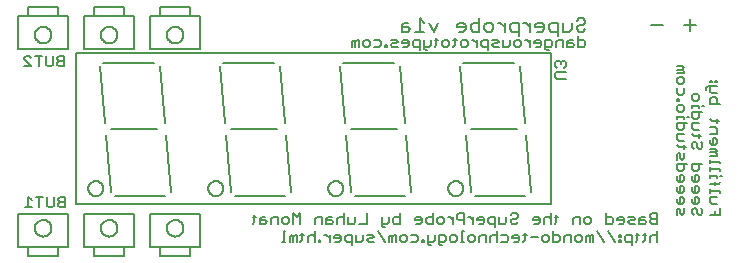
<source format=gbo>
G75*
G70*
%OFA0B0*%
%FSLAX24Y24*%
%IPPOS*%
%LPD*%
%AMOC8*
5,1,8,0,0,1.08239X$1,22.5*
%
%ADD10C,0.0060*%
%ADD11C,0.0050*%
%ADD12C,0.0080*%
D10*
X018107Y007612D02*
X018327Y007612D01*
X018400Y007686D01*
X018327Y007759D01*
X018107Y007759D01*
X018107Y007832D02*
X018107Y007612D01*
X018107Y007832D02*
X018180Y007906D01*
X018327Y007906D01*
X018714Y008053D02*
X018714Y007612D01*
X018860Y007612D02*
X018567Y007612D01*
X019027Y007906D02*
X019174Y007612D01*
X019321Y007906D01*
X018860Y007906D02*
X018714Y008053D01*
X019948Y007832D02*
X019948Y007759D01*
X020242Y007759D01*
X020242Y007686D02*
X020242Y007832D01*
X020168Y007906D01*
X020021Y007906D01*
X019948Y007832D01*
X020168Y007612D02*
X020242Y007686D01*
X020168Y007612D02*
X020021Y007612D01*
X020408Y007686D02*
X020408Y007832D01*
X020482Y007906D01*
X020702Y007906D01*
X020702Y008053D02*
X020702Y007612D01*
X020482Y007612D01*
X020408Y007686D01*
X020869Y007686D02*
X020942Y007612D01*
X021089Y007612D01*
X021162Y007686D01*
X021162Y007832D01*
X021089Y007906D01*
X020942Y007906D01*
X020869Y007832D01*
X020869Y007686D01*
X021326Y007906D02*
X021399Y007906D01*
X021546Y007759D01*
X021546Y007612D02*
X021546Y007906D01*
X021713Y007832D02*
X021713Y007686D01*
X021786Y007612D01*
X022006Y007612D01*
X022006Y007465D02*
X022006Y007906D01*
X021786Y007906D01*
X021713Y007832D01*
X022170Y007906D02*
X022243Y007906D01*
X022390Y007759D01*
X022390Y007612D02*
X022390Y007906D01*
X022557Y007832D02*
X022630Y007906D01*
X022777Y007906D01*
X022850Y007832D01*
X022850Y007686D01*
X022777Y007612D01*
X022630Y007612D01*
X022557Y007759D02*
X022850Y007759D01*
X023017Y007686D02*
X023090Y007612D01*
X023311Y007612D01*
X023311Y007465D02*
X023311Y007906D01*
X023090Y007906D01*
X023017Y007832D01*
X023017Y007686D01*
X023477Y007612D02*
X023477Y007906D01*
X023771Y007906D02*
X023771Y007686D01*
X023698Y007612D01*
X023477Y007612D01*
X023938Y007686D02*
X024011Y007612D01*
X024158Y007612D01*
X024231Y007686D01*
X024158Y007832D02*
X024011Y007832D01*
X023938Y007759D01*
X023938Y007686D01*
X024158Y007832D02*
X024231Y007906D01*
X024231Y007979D01*
X024158Y008053D01*
X024011Y008053D01*
X023938Y007979D01*
X022557Y007832D02*
X022557Y007759D01*
D11*
X005334Y001533D02*
X005334Y000431D01*
X005669Y000431D01*
X005669Y000136D01*
X006653Y000136D01*
X006653Y000431D01*
X005669Y000431D01*
X006653Y000431D02*
X006988Y000431D01*
X006988Y001533D01*
X005334Y001533D01*
X005548Y001757D02*
X005781Y001757D01*
X005665Y001757D02*
X005665Y002107D01*
X005781Y001991D01*
X005916Y002107D02*
X006150Y002107D01*
X006033Y002107D02*
X006033Y001757D01*
X006284Y001816D02*
X006284Y002107D01*
X006518Y002107D02*
X006518Y001816D01*
X006460Y001757D01*
X006343Y001757D01*
X006284Y001816D01*
X006653Y001816D02*
X006711Y001757D01*
X006886Y001757D01*
X006886Y002107D01*
X006711Y002107D01*
X006653Y002049D01*
X006653Y001991D01*
X006711Y001932D01*
X006886Y001932D01*
X006711Y001932D02*
X006653Y001874D01*
X006653Y001816D01*
X007252Y001863D02*
X007252Y006902D01*
X023071Y006902D01*
X023071Y001863D01*
X007252Y001863D01*
X007252Y006902D01*
X023071Y006902D01*
X023071Y001863D01*
X007252Y001863D01*
X007534Y001533D02*
X009188Y001533D01*
X009188Y000431D01*
X008853Y000431D01*
X008853Y000136D01*
X007869Y000136D01*
X007869Y000431D01*
X007534Y000431D01*
X007534Y001533D01*
X008085Y001061D02*
X008087Y001094D01*
X008093Y001126D01*
X008102Y001157D01*
X008115Y001187D01*
X008132Y001215D01*
X008152Y001241D01*
X008175Y001265D01*
X008200Y001285D01*
X008228Y001303D01*
X008257Y001317D01*
X008288Y001327D01*
X008320Y001334D01*
X008353Y001337D01*
X008386Y001336D01*
X008418Y001331D01*
X008449Y001322D01*
X008480Y001310D01*
X008508Y001294D01*
X008535Y001275D01*
X008559Y001253D01*
X008580Y001228D01*
X008599Y001201D01*
X008614Y001172D01*
X008625Y001142D01*
X008633Y001110D01*
X008637Y001077D01*
X008637Y001045D01*
X008633Y001012D01*
X008625Y000980D01*
X008614Y000950D01*
X008599Y000921D01*
X008580Y000894D01*
X008559Y000869D01*
X008535Y000847D01*
X008508Y000828D01*
X008480Y000812D01*
X008449Y000800D01*
X008418Y000791D01*
X008386Y000786D01*
X008353Y000785D01*
X008320Y000788D01*
X008288Y000795D01*
X008257Y000805D01*
X008228Y000819D01*
X008200Y000837D01*
X008175Y000857D01*
X008152Y000881D01*
X008132Y000907D01*
X008115Y000935D01*
X008102Y000965D01*
X008093Y000996D01*
X008087Y001028D01*
X008085Y001061D01*
X007869Y000431D02*
X008853Y000431D01*
X009734Y000431D02*
X009734Y001533D01*
X011388Y001533D01*
X011388Y000431D01*
X011053Y000431D01*
X011053Y000136D01*
X010069Y000136D01*
X010069Y000431D01*
X009734Y000431D01*
X010069Y000431D02*
X011053Y000431D01*
X010285Y001061D02*
X010287Y001094D01*
X010293Y001126D01*
X010302Y001157D01*
X010315Y001187D01*
X010332Y001215D01*
X010352Y001241D01*
X010375Y001265D01*
X010400Y001285D01*
X010428Y001303D01*
X010457Y001317D01*
X010488Y001327D01*
X010520Y001334D01*
X010553Y001337D01*
X010586Y001336D01*
X010618Y001331D01*
X010649Y001322D01*
X010680Y001310D01*
X010708Y001294D01*
X010735Y001275D01*
X010759Y001253D01*
X010780Y001228D01*
X010799Y001201D01*
X010814Y001172D01*
X010825Y001142D01*
X010833Y001110D01*
X010837Y001077D01*
X010837Y001045D01*
X010833Y001012D01*
X010825Y000980D01*
X010814Y000950D01*
X010799Y000921D01*
X010780Y000894D01*
X010759Y000869D01*
X010735Y000847D01*
X010708Y000828D01*
X010680Y000812D01*
X010649Y000800D01*
X010618Y000791D01*
X010586Y000786D01*
X010553Y000785D01*
X010520Y000788D01*
X010488Y000795D01*
X010457Y000805D01*
X010428Y000819D01*
X010400Y000837D01*
X010375Y000857D01*
X010352Y000881D01*
X010332Y000907D01*
X010315Y000935D01*
X010302Y000965D01*
X010293Y000996D01*
X010287Y001028D01*
X010285Y001061D01*
X010211Y002132D02*
X008561Y002132D01*
X008411Y002282D02*
X008261Y004182D01*
X008411Y004382D02*
X009961Y004382D01*
X010211Y004582D02*
X010061Y006482D01*
X009861Y006582D02*
X008161Y006582D01*
X008061Y006482D02*
X008211Y004582D01*
X010261Y004182D02*
X010411Y002282D01*
X011661Y002382D02*
X011663Y002413D01*
X011669Y002444D01*
X011679Y002474D01*
X011692Y002502D01*
X011709Y002529D01*
X011729Y002553D01*
X011752Y002575D01*
X011777Y002593D01*
X011805Y002608D01*
X011834Y002620D01*
X011864Y002628D01*
X011895Y002632D01*
X011927Y002632D01*
X011958Y002628D01*
X011988Y002620D01*
X012017Y002608D01*
X012045Y002593D01*
X012070Y002575D01*
X012093Y002553D01*
X012113Y002529D01*
X012130Y002502D01*
X012143Y002474D01*
X012153Y002444D01*
X012159Y002413D01*
X012161Y002382D01*
X012159Y002351D01*
X012153Y002320D01*
X012143Y002290D01*
X012130Y002262D01*
X012113Y002235D01*
X012093Y002211D01*
X012070Y002189D01*
X012045Y002171D01*
X012017Y002156D01*
X011988Y002144D01*
X011958Y002136D01*
X011927Y002132D01*
X011895Y002132D01*
X011864Y002136D01*
X011834Y002144D01*
X011805Y002156D01*
X011777Y002171D01*
X011752Y002189D01*
X011729Y002211D01*
X011709Y002235D01*
X011692Y002262D01*
X011679Y002290D01*
X011669Y002320D01*
X011663Y002351D01*
X011661Y002382D01*
X012411Y002282D02*
X012261Y004182D01*
X012411Y004382D02*
X013961Y004382D01*
X014211Y004582D02*
X014061Y006482D01*
X013861Y006582D02*
X012161Y006582D01*
X012061Y006482D02*
X012211Y004582D01*
X014261Y004182D02*
X014411Y002282D01*
X014211Y002132D02*
X012561Y002132D01*
X013196Y001499D02*
X013196Y001266D01*
X013138Y001207D01*
X013389Y001207D02*
X013564Y001207D01*
X013623Y001266D01*
X013564Y001324D01*
X013389Y001324D01*
X013389Y001382D02*
X013389Y001207D01*
X013758Y001207D02*
X013758Y001382D01*
X013816Y001441D01*
X013991Y001441D01*
X013991Y001207D01*
X014126Y001266D02*
X014126Y001382D01*
X014184Y001441D01*
X014301Y001441D01*
X014359Y001382D01*
X014359Y001266D01*
X014301Y001207D01*
X014184Y001207D01*
X014126Y001266D01*
X013564Y001441D02*
X013448Y001441D01*
X013389Y001382D01*
X013255Y001441D02*
X013138Y001441D01*
X014178Y000957D02*
X014178Y000607D01*
X014120Y000607D02*
X014237Y000607D01*
X014372Y000607D02*
X014372Y000782D01*
X014430Y000841D01*
X014488Y000782D01*
X014488Y000607D01*
X014605Y000607D02*
X014605Y000841D01*
X014547Y000841D01*
X014488Y000782D01*
X014734Y000841D02*
X014851Y000841D01*
X014792Y000899D02*
X014792Y000666D01*
X014734Y000607D01*
X014985Y000607D02*
X014985Y000782D01*
X015044Y000841D01*
X015161Y000841D01*
X015219Y000782D01*
X015345Y000666D02*
X015345Y000607D01*
X015403Y000607D01*
X015403Y000666D01*
X015345Y000666D01*
X015219Y000607D02*
X015219Y000957D01*
X015535Y000841D02*
X015593Y000841D01*
X015710Y000724D01*
X015710Y000607D02*
X015710Y000841D01*
X015845Y000782D02*
X015845Y000724D01*
X016078Y000724D01*
X016078Y000666D02*
X016078Y000782D01*
X016020Y000841D01*
X015903Y000841D01*
X015845Y000782D01*
X015903Y000607D02*
X016020Y000607D01*
X016078Y000666D01*
X016213Y000666D02*
X016271Y000607D01*
X016447Y000607D01*
X016447Y000490D02*
X016447Y000841D01*
X016271Y000841D01*
X016213Y000782D01*
X016213Y000666D01*
X016581Y000607D02*
X016581Y000841D01*
X016581Y000607D02*
X016757Y000607D01*
X016815Y000666D01*
X016815Y000841D01*
X016950Y000841D02*
X017125Y000841D01*
X017183Y000782D01*
X017125Y000724D01*
X017008Y000724D01*
X016950Y000666D01*
X017008Y000607D01*
X017183Y000607D01*
X017551Y000607D02*
X017318Y000957D01*
X017499Y001090D02*
X017557Y001090D01*
X017499Y001090D02*
X017441Y001149D01*
X017441Y001441D01*
X017674Y001441D02*
X017674Y001266D01*
X017616Y001207D01*
X017441Y001207D01*
X017809Y001266D02*
X017809Y001382D01*
X017867Y001441D01*
X018043Y001441D01*
X018043Y001557D02*
X018043Y001207D01*
X017867Y001207D01*
X017809Y001266D01*
X018546Y001324D02*
X018779Y001324D01*
X018779Y001266D02*
X018779Y001382D01*
X018721Y001441D01*
X018604Y001441D01*
X018546Y001382D01*
X018546Y001324D01*
X018604Y001207D02*
X018721Y001207D01*
X018779Y001266D01*
X018914Y001266D02*
X018972Y001207D01*
X019147Y001207D01*
X019147Y001557D01*
X019147Y001441D02*
X018972Y001441D01*
X018914Y001382D01*
X018914Y001266D01*
X019282Y001266D02*
X019341Y001207D01*
X019457Y001207D01*
X019516Y001266D01*
X019516Y001382D01*
X019457Y001441D01*
X019341Y001441D01*
X019282Y001382D01*
X019282Y001266D01*
X019648Y001441D02*
X019706Y001441D01*
X019823Y001324D01*
X019823Y001207D02*
X019823Y001441D01*
X019957Y001499D02*
X019957Y001382D01*
X020016Y001324D01*
X020191Y001324D01*
X020191Y001207D02*
X020191Y001557D01*
X020016Y001557D01*
X019957Y001499D01*
X020323Y001441D02*
X020381Y001441D01*
X020498Y001324D01*
X020498Y001207D02*
X020498Y001441D01*
X020633Y001382D02*
X020633Y001324D01*
X020866Y001324D01*
X020866Y001266D02*
X020866Y001382D01*
X020808Y001441D01*
X020691Y001441D01*
X020633Y001382D01*
X020808Y001207D02*
X020866Y001266D01*
X020808Y001207D02*
X020691Y001207D01*
X021001Y001266D02*
X021059Y001207D01*
X021234Y001207D01*
X021234Y001090D02*
X021234Y001441D01*
X021059Y001441D01*
X021001Y001382D01*
X021001Y001266D01*
X021369Y001207D02*
X021369Y001441D01*
X021603Y001441D02*
X021603Y001266D01*
X021544Y001207D01*
X021369Y001207D01*
X021296Y000957D02*
X021296Y000607D01*
X021431Y000607D02*
X021606Y000607D01*
X021664Y000666D01*
X021664Y000782D01*
X021606Y000841D01*
X021431Y000841D01*
X021296Y000782D02*
X021238Y000841D01*
X021121Y000841D01*
X021062Y000782D01*
X021062Y000607D01*
X020928Y000607D02*
X020928Y000841D01*
X020752Y000841D01*
X020694Y000782D01*
X020694Y000607D01*
X020559Y000666D02*
X020501Y000607D01*
X020384Y000607D01*
X020326Y000666D01*
X020326Y000782D01*
X020384Y000841D01*
X020501Y000841D01*
X020559Y000782D01*
X020559Y000666D01*
X020191Y000607D02*
X020074Y000607D01*
X020133Y000607D02*
X020133Y000957D01*
X020191Y000957D01*
X019945Y000782D02*
X019945Y000666D01*
X019887Y000607D01*
X019770Y000607D01*
X019712Y000666D01*
X019712Y000782D01*
X019770Y000841D01*
X019887Y000841D01*
X019945Y000782D01*
X019577Y000782D02*
X019577Y000666D01*
X019519Y000607D01*
X019344Y000607D01*
X019344Y000549D02*
X019344Y000841D01*
X019519Y000841D01*
X019577Y000782D01*
X019209Y000841D02*
X019209Y000666D01*
X019151Y000607D01*
X018975Y000607D01*
X018975Y000549D02*
X019034Y000490D01*
X019092Y000490D01*
X018975Y000549D02*
X018975Y000841D01*
X018841Y000666D02*
X018782Y000666D01*
X018782Y000607D01*
X018841Y000607D01*
X018841Y000666D01*
X018656Y000666D02*
X018598Y000607D01*
X018423Y000607D01*
X018288Y000666D02*
X018230Y000607D01*
X018113Y000607D01*
X018055Y000666D01*
X018055Y000782D01*
X018113Y000841D01*
X018230Y000841D01*
X018288Y000782D01*
X018288Y000666D01*
X018423Y000841D02*
X018598Y000841D01*
X018656Y000782D01*
X018656Y000666D01*
X019344Y000549D02*
X019402Y000490D01*
X019460Y000490D01*
X017920Y000607D02*
X017920Y000841D01*
X017861Y000841D01*
X017803Y000782D01*
X017745Y000841D01*
X017686Y000782D01*
X017686Y000607D01*
X017803Y000607D02*
X017803Y000782D01*
X016938Y001207D02*
X016704Y001207D01*
X016569Y001266D02*
X016511Y001207D01*
X016336Y001207D01*
X016336Y001441D01*
X016201Y001382D02*
X016143Y001441D01*
X016026Y001441D01*
X015967Y001382D01*
X015967Y001207D01*
X015833Y001266D02*
X015774Y001207D01*
X015599Y001207D01*
X015599Y001382D01*
X015658Y001441D01*
X015774Y001441D01*
X015774Y001324D02*
X015599Y001324D01*
X015774Y001324D02*
X015833Y001266D01*
X016201Y001207D02*
X016201Y001557D01*
X016569Y001441D02*
X016569Y001266D01*
X016938Y001207D02*
X016938Y001557D01*
X015464Y001441D02*
X015464Y001207D01*
X015231Y001207D02*
X015231Y001382D01*
X015289Y001441D01*
X015464Y001441D01*
X014728Y001557D02*
X014728Y001207D01*
X014494Y001207D02*
X014494Y001557D01*
X014611Y001441D01*
X014728Y001557D01*
X014237Y000957D02*
X014178Y000957D01*
X016561Y002132D02*
X018211Y002132D01*
X018411Y002282D02*
X018261Y004182D01*
X017961Y004382D02*
X016411Y004382D01*
X016211Y004582D02*
X016061Y006482D01*
X016161Y006582D02*
X017861Y006582D01*
X018061Y006482D02*
X018211Y004582D01*
X016261Y004182D02*
X016411Y002282D01*
X015661Y002382D02*
X015663Y002413D01*
X015669Y002444D01*
X015679Y002474D01*
X015692Y002502D01*
X015709Y002529D01*
X015729Y002553D01*
X015752Y002575D01*
X015777Y002593D01*
X015805Y002608D01*
X015834Y002620D01*
X015864Y002628D01*
X015895Y002632D01*
X015927Y002632D01*
X015958Y002628D01*
X015988Y002620D01*
X016017Y002608D01*
X016045Y002593D01*
X016070Y002575D01*
X016093Y002553D01*
X016113Y002529D01*
X016130Y002502D01*
X016143Y002474D01*
X016153Y002444D01*
X016159Y002413D01*
X016161Y002382D01*
X016159Y002351D01*
X016153Y002320D01*
X016143Y002290D01*
X016130Y002262D01*
X016113Y002235D01*
X016093Y002211D01*
X016070Y002189D01*
X016045Y002171D01*
X016017Y002156D01*
X015988Y002144D01*
X015958Y002136D01*
X015927Y002132D01*
X015895Y002132D01*
X015864Y002136D01*
X015834Y002144D01*
X015805Y002156D01*
X015777Y002171D01*
X015752Y002189D01*
X015729Y002211D01*
X015709Y002235D01*
X015692Y002262D01*
X015679Y002290D01*
X015669Y002320D01*
X015663Y002351D01*
X015661Y002382D01*
X019661Y002382D02*
X019663Y002413D01*
X019669Y002444D01*
X019679Y002474D01*
X019692Y002502D01*
X019709Y002529D01*
X019729Y002553D01*
X019752Y002575D01*
X019777Y002593D01*
X019805Y002608D01*
X019834Y002620D01*
X019864Y002628D01*
X019895Y002632D01*
X019927Y002632D01*
X019958Y002628D01*
X019988Y002620D01*
X020017Y002608D01*
X020045Y002593D01*
X020070Y002575D01*
X020093Y002553D01*
X020113Y002529D01*
X020130Y002502D01*
X020143Y002474D01*
X020153Y002444D01*
X020159Y002413D01*
X020161Y002382D01*
X020159Y002351D01*
X020153Y002320D01*
X020143Y002290D01*
X020130Y002262D01*
X020113Y002235D01*
X020093Y002211D01*
X020070Y002189D01*
X020045Y002171D01*
X020017Y002156D01*
X019988Y002144D01*
X019958Y002136D01*
X019927Y002132D01*
X019895Y002132D01*
X019864Y002136D01*
X019834Y002144D01*
X019805Y002156D01*
X019777Y002171D01*
X019752Y002189D01*
X019729Y002211D01*
X019709Y002235D01*
X019692Y002262D01*
X019679Y002290D01*
X019669Y002320D01*
X019663Y002351D01*
X019661Y002382D01*
X020411Y002282D02*
X020261Y004182D01*
X020411Y004382D02*
X021961Y004382D01*
X022211Y004582D02*
X022061Y006482D01*
X021861Y006582D02*
X020161Y006582D01*
X020061Y006482D02*
X020211Y004582D01*
X022261Y004182D02*
X022411Y002282D01*
X022211Y002132D02*
X020561Y002132D01*
X021738Y001499D02*
X021796Y001557D01*
X021913Y001557D01*
X021971Y001499D01*
X021971Y001441D01*
X021913Y001382D01*
X021796Y001382D01*
X021738Y001324D01*
X021738Y001266D01*
X021796Y001207D01*
X021913Y001207D01*
X021971Y001266D01*
X022474Y001324D02*
X022708Y001324D01*
X022708Y001266D02*
X022708Y001382D01*
X022649Y001441D01*
X022533Y001441D01*
X022474Y001382D01*
X022474Y001324D01*
X022533Y001207D02*
X022649Y001207D01*
X022708Y001266D01*
X022842Y001207D02*
X022842Y001382D01*
X022901Y001441D01*
X023018Y001441D01*
X023076Y001382D01*
X023205Y001441D02*
X023321Y001441D01*
X023263Y001499D02*
X023263Y001266D01*
X023205Y001207D01*
X023076Y001207D02*
X023076Y001557D01*
X023825Y001382D02*
X023825Y001207D01*
X024058Y001207D02*
X024058Y001441D01*
X023883Y001441D01*
X023825Y001382D01*
X024193Y001382D02*
X024193Y001266D01*
X024251Y001207D01*
X024368Y001207D01*
X024426Y001266D01*
X024426Y001382D01*
X024368Y001441D01*
X024251Y001441D01*
X024193Y001382D01*
X024930Y001441D02*
X025105Y001441D01*
X025163Y001382D01*
X025163Y001266D01*
X025105Y001207D01*
X024930Y001207D01*
X024930Y001557D01*
X025298Y001382D02*
X025298Y001324D01*
X025531Y001324D01*
X025531Y001266D02*
X025531Y001382D01*
X025473Y001441D01*
X025356Y001441D01*
X025298Y001382D01*
X025473Y001207D02*
X025531Y001266D01*
X025473Y001207D02*
X025356Y001207D01*
X025666Y001266D02*
X025725Y001324D01*
X025841Y001324D01*
X025900Y001382D01*
X025841Y001441D01*
X025666Y001441D01*
X025666Y001266D02*
X025725Y001207D01*
X025900Y001207D01*
X026034Y001207D02*
X026210Y001207D01*
X026268Y001266D01*
X026210Y001324D01*
X026034Y001324D01*
X026034Y001382D02*
X026034Y001207D01*
X026403Y001266D02*
X026461Y001207D01*
X026636Y001207D01*
X026636Y001557D01*
X026461Y001557D01*
X026403Y001499D01*
X026403Y001441D01*
X026461Y001382D01*
X026636Y001382D01*
X026461Y001382D02*
X026403Y001324D01*
X026403Y001266D01*
X026210Y001441D02*
X026093Y001441D01*
X026034Y001382D01*
X025964Y000899D02*
X025964Y000666D01*
X025906Y000607D01*
X025777Y000607D02*
X025602Y000607D01*
X025543Y000666D01*
X025543Y000782D01*
X025602Y000841D01*
X025777Y000841D01*
X025777Y000490D01*
X025409Y000607D02*
X025409Y000666D01*
X025350Y000666D01*
X025350Y000607D01*
X025409Y000607D01*
X025224Y000607D02*
X024991Y000957D01*
X024623Y000957D02*
X024856Y000607D01*
X024488Y000607D02*
X024488Y000841D01*
X024430Y000841D01*
X024371Y000782D01*
X024313Y000841D01*
X024254Y000782D01*
X024254Y000607D01*
X024371Y000607D02*
X024371Y000782D01*
X024120Y000782D02*
X024120Y000666D01*
X024061Y000607D01*
X023944Y000607D01*
X023886Y000666D01*
X023886Y000782D01*
X023944Y000841D01*
X024061Y000841D01*
X024120Y000782D01*
X023751Y000841D02*
X023751Y000607D01*
X023518Y000607D02*
X023518Y000782D01*
X023576Y000841D01*
X023751Y000841D01*
X023383Y000782D02*
X023383Y000666D01*
X023325Y000607D01*
X023149Y000607D01*
X023149Y000957D01*
X023149Y000841D02*
X023325Y000841D01*
X023383Y000782D01*
X023015Y000782D02*
X023015Y000666D01*
X022956Y000607D01*
X022840Y000607D01*
X022781Y000666D01*
X022781Y000782D01*
X022840Y000841D01*
X022956Y000841D01*
X023015Y000782D01*
X022646Y000782D02*
X022413Y000782D01*
X022278Y000841D02*
X022161Y000841D01*
X022220Y000899D02*
X022220Y000666D01*
X022161Y000607D01*
X022033Y000666D02*
X021974Y000607D01*
X021857Y000607D01*
X021799Y000724D02*
X022033Y000724D01*
X022033Y000666D02*
X022033Y000782D01*
X021974Y000841D01*
X021857Y000841D01*
X021799Y000782D01*
X021799Y000724D01*
X025350Y000782D02*
X025409Y000782D01*
X025409Y000841D01*
X025350Y000841D01*
X025350Y000782D01*
X025906Y000841D02*
X026022Y000841D01*
X026151Y000841D02*
X026268Y000841D01*
X026210Y000899D02*
X026210Y000666D01*
X026151Y000607D01*
X026403Y000607D02*
X026403Y000782D01*
X026461Y000841D01*
X026578Y000841D01*
X026636Y000782D01*
X026636Y000957D02*
X026636Y000607D01*
X027286Y001507D02*
X027286Y001682D01*
X027345Y001741D01*
X027403Y001682D01*
X027403Y001566D01*
X027461Y001507D01*
X027520Y001566D01*
X027520Y001741D01*
X027461Y001876D02*
X027345Y001876D01*
X027286Y001934D01*
X027286Y002051D01*
X027403Y002109D02*
X027403Y001876D01*
X027461Y001876D02*
X027520Y001934D01*
X027520Y002051D01*
X027461Y002109D01*
X027403Y002109D01*
X027403Y002244D02*
X027403Y002477D01*
X027461Y002477D01*
X027520Y002419D01*
X027520Y002302D01*
X027461Y002244D01*
X027345Y002244D01*
X027286Y002302D01*
X027286Y002419D01*
X027345Y002612D02*
X027461Y002612D01*
X027520Y002670D01*
X027520Y002787D01*
X027461Y002846D01*
X027403Y002846D01*
X027403Y002612D01*
X027345Y002612D02*
X027286Y002670D01*
X027286Y002787D01*
X027345Y002980D02*
X027461Y002980D01*
X027520Y003039D01*
X027520Y003214D01*
X027637Y003214D02*
X027286Y003214D01*
X027286Y003039D01*
X027345Y002980D01*
X027786Y003039D02*
X027786Y003214D01*
X028137Y003214D01*
X028020Y003214D02*
X028020Y003039D01*
X027961Y002980D01*
X027845Y002980D01*
X027786Y003039D01*
X027903Y002846D02*
X027903Y002612D01*
X027961Y002612D02*
X028020Y002670D01*
X028020Y002787D01*
X027961Y002846D01*
X027903Y002846D01*
X027786Y002787D02*
X027786Y002670D01*
X027845Y002612D01*
X027961Y002612D01*
X027961Y002477D02*
X027903Y002477D01*
X027903Y002244D01*
X027961Y002244D02*
X028020Y002302D01*
X028020Y002419D01*
X027961Y002477D01*
X027786Y002419D02*
X027786Y002302D01*
X027845Y002244D01*
X027961Y002244D01*
X027961Y002109D02*
X027903Y002109D01*
X027903Y001876D01*
X027961Y001876D02*
X028020Y001934D01*
X028020Y002051D01*
X027961Y002109D01*
X027786Y002051D02*
X027786Y001934D01*
X027845Y001876D01*
X027961Y001876D01*
X027903Y001741D02*
X027845Y001741D01*
X027786Y001682D01*
X027786Y001566D01*
X027845Y001507D01*
X027961Y001566D02*
X027961Y001682D01*
X027903Y001741D01*
X028078Y001741D02*
X028137Y001682D01*
X028137Y001566D01*
X028078Y001507D01*
X028020Y001507D01*
X027961Y001566D01*
X028386Y001507D02*
X028737Y001507D01*
X028737Y001741D01*
X028620Y001876D02*
X028445Y001876D01*
X028386Y001934D01*
X028386Y002109D01*
X028620Y002109D01*
X028737Y002244D02*
X028737Y002302D01*
X028386Y002302D01*
X028386Y002244D02*
X028386Y002361D01*
X028386Y002548D02*
X028678Y002548D01*
X028737Y002606D01*
X028620Y002735D02*
X028620Y002793D01*
X028386Y002793D01*
X028386Y002735D02*
X028386Y002852D01*
X028386Y002980D02*
X028386Y003097D01*
X028386Y003039D02*
X028737Y003039D01*
X028737Y002980D01*
X028737Y002793D02*
X028795Y002793D01*
X028561Y002606D02*
X028561Y002489D01*
X028386Y003226D02*
X028386Y003343D01*
X028386Y003284D02*
X028737Y003284D01*
X028737Y003226D01*
X028620Y003471D02*
X028620Y003530D01*
X028561Y003588D01*
X028620Y003646D01*
X028561Y003705D01*
X028386Y003705D01*
X028386Y003588D02*
X028561Y003588D01*
X028620Y003471D02*
X028386Y003471D01*
X028137Y003775D02*
X028078Y003717D01*
X028020Y003717D01*
X027961Y003775D01*
X027961Y003892D01*
X027903Y003951D01*
X027845Y003951D01*
X027786Y003892D01*
X027786Y003775D01*
X027845Y003717D01*
X027578Y003775D02*
X027345Y003775D01*
X027286Y003834D01*
X027345Y003963D02*
X027286Y004021D01*
X027286Y004196D01*
X027520Y004196D01*
X027461Y004331D02*
X027345Y004331D01*
X027286Y004389D01*
X027286Y004564D01*
X027637Y004564D01*
X027520Y004564D02*
X027520Y004389D01*
X027461Y004331D01*
X027786Y004389D02*
X027786Y004564D01*
X028020Y004564D01*
X027961Y004699D02*
X028020Y004758D01*
X028020Y004933D01*
X028137Y004933D02*
X027786Y004933D01*
X027786Y004758D01*
X027845Y004699D01*
X027961Y004699D01*
X027695Y004758D02*
X027637Y004758D01*
X027520Y004758D02*
X027286Y004758D01*
X027286Y004816D02*
X027286Y004699D01*
X027520Y004699D02*
X027520Y004758D01*
X027461Y004945D02*
X027345Y004945D01*
X027286Y005003D01*
X027286Y005120D01*
X027345Y005178D01*
X027461Y005178D01*
X027520Y005120D01*
X027520Y005003D01*
X027461Y004945D01*
X027786Y005067D02*
X027786Y005184D01*
X027786Y005126D02*
X028020Y005126D01*
X028020Y005067D01*
X028137Y005126D02*
X028195Y005126D01*
X028386Y005190D02*
X028386Y005365D01*
X028445Y005424D01*
X028561Y005424D01*
X028620Y005365D01*
X028620Y005190D01*
X028737Y005190D02*
X028386Y005190D01*
X028020Y005371D02*
X027961Y005313D01*
X027845Y005313D01*
X027786Y005371D01*
X027786Y005488D01*
X027845Y005546D01*
X027961Y005546D01*
X028020Y005488D01*
X028020Y005371D01*
X028386Y005617D02*
X028445Y005558D01*
X028620Y005558D01*
X028386Y005617D02*
X028386Y005792D01*
X028328Y005792D02*
X028270Y005734D01*
X028270Y005675D01*
X028328Y005792D02*
X028620Y005792D01*
X028620Y005927D02*
X028561Y005927D01*
X028561Y005985D01*
X028620Y005985D01*
X028620Y005927D01*
X028445Y005927D02*
X028386Y005927D01*
X028386Y005985D01*
X028445Y005985D01*
X028445Y005927D01*
X027520Y005924D02*
X027461Y005865D01*
X027345Y005865D01*
X027286Y005924D01*
X027286Y006041D01*
X027345Y006099D01*
X027461Y006099D01*
X027520Y006041D01*
X027520Y005924D01*
X027520Y005731D02*
X027520Y005555D01*
X027461Y005497D01*
X027345Y005497D01*
X027286Y005555D01*
X027286Y005731D01*
X027286Y005371D02*
X027286Y005313D01*
X027345Y005313D01*
X027345Y005371D01*
X027286Y005371D01*
X028386Y004693D02*
X028445Y004635D01*
X028678Y004635D01*
X028620Y004576D02*
X028620Y004693D01*
X028561Y004441D02*
X028386Y004441D01*
X028561Y004441D02*
X028620Y004383D01*
X028620Y004208D01*
X028386Y004208D01*
X028503Y004073D02*
X028503Y003840D01*
X028561Y003840D02*
X028620Y003898D01*
X028620Y004015D01*
X028561Y004073D01*
X028503Y004073D01*
X028386Y004015D02*
X028386Y003898D01*
X028445Y003840D01*
X028561Y003840D01*
X028137Y003892D02*
X028137Y003775D01*
X028137Y003892D02*
X028078Y003951D01*
X028020Y004085D02*
X028020Y004202D01*
X028078Y004144D02*
X027845Y004144D01*
X027786Y004202D01*
X027845Y004331D02*
X027786Y004389D01*
X027845Y004331D02*
X028020Y004331D01*
X027520Y003963D02*
X027345Y003963D01*
X027520Y003834D02*
X027520Y003717D01*
X027520Y003582D02*
X027520Y003407D01*
X027461Y003349D01*
X027403Y003407D01*
X027403Y003524D01*
X027345Y003582D01*
X027286Y003524D01*
X027286Y003349D01*
X028561Y001624D02*
X028561Y001507D01*
X023581Y006045D02*
X023289Y006045D01*
X023230Y006103D01*
X023230Y006220D01*
X023289Y006278D01*
X023581Y006278D01*
X023522Y006413D02*
X023581Y006471D01*
X023581Y006588D01*
X023522Y006646D01*
X023464Y006646D01*
X023405Y006588D01*
X023347Y006646D01*
X023289Y006646D01*
X023230Y006588D01*
X023230Y006471D01*
X023289Y006413D01*
X023405Y006530D02*
X023405Y006588D01*
X023015Y006990D02*
X022956Y006990D01*
X022898Y007049D01*
X022898Y007341D01*
X023073Y007341D01*
X023131Y007282D01*
X023131Y007166D01*
X023073Y007107D01*
X022898Y007107D01*
X022763Y007166D02*
X022705Y007107D01*
X022588Y007107D01*
X022530Y007224D02*
X022763Y007224D01*
X022763Y007282D02*
X022705Y007341D01*
X022588Y007341D01*
X022530Y007282D01*
X022530Y007224D01*
X022395Y007224D02*
X022278Y007341D01*
X022220Y007341D01*
X022088Y007282D02*
X022029Y007341D01*
X021913Y007341D01*
X021854Y007282D01*
X021854Y007166D01*
X021913Y007107D01*
X022029Y007107D01*
X022088Y007166D01*
X022088Y007282D01*
X022395Y007341D02*
X022395Y007107D01*
X022763Y007166D02*
X022763Y007282D01*
X023266Y007282D02*
X023266Y007107D01*
X023266Y007282D02*
X023325Y007341D01*
X023500Y007341D01*
X023500Y007107D01*
X023634Y007107D02*
X023634Y007282D01*
X023693Y007341D01*
X023810Y007341D01*
X023810Y007224D02*
X023634Y007224D01*
X023634Y007107D02*
X023810Y007107D01*
X023868Y007166D01*
X023810Y007224D01*
X024003Y007341D02*
X024178Y007341D01*
X024236Y007282D01*
X024236Y007166D01*
X024178Y007107D01*
X024003Y007107D01*
X024003Y007457D01*
X021720Y007341D02*
X021720Y007166D01*
X021661Y007107D01*
X021486Y007107D01*
X021486Y007341D01*
X021351Y007282D02*
X021293Y007341D01*
X021118Y007341D01*
X021176Y007224D02*
X021293Y007224D01*
X021351Y007282D01*
X021351Y007107D02*
X021176Y007107D01*
X021118Y007166D01*
X021176Y007224D01*
X020983Y007341D02*
X020808Y007341D01*
X020749Y007282D01*
X020749Y007166D01*
X020808Y007107D01*
X020983Y007107D01*
X020983Y006990D02*
X020983Y007341D01*
X020615Y007341D02*
X020615Y007107D01*
X020615Y007224D02*
X020498Y007341D01*
X020439Y007341D01*
X020308Y007282D02*
X020249Y007341D01*
X020133Y007341D01*
X020074Y007282D01*
X020074Y007166D01*
X020133Y007107D01*
X020249Y007107D01*
X020308Y007166D01*
X020308Y007282D01*
X019939Y007341D02*
X019823Y007341D01*
X019881Y007399D02*
X019881Y007166D01*
X019823Y007107D01*
X019694Y007166D02*
X019636Y007107D01*
X019519Y007107D01*
X019460Y007166D01*
X019460Y007282D01*
X019519Y007341D01*
X019636Y007341D01*
X019694Y007282D01*
X019694Y007166D01*
X019326Y007341D02*
X019209Y007341D01*
X019267Y007399D02*
X019267Y007166D01*
X019209Y007107D01*
X019080Y007166D02*
X019022Y007107D01*
X018847Y007107D01*
X018847Y007049D02*
X018905Y006990D01*
X018963Y006990D01*
X018847Y007049D02*
X018847Y007341D01*
X018712Y007341D02*
X018537Y007341D01*
X018478Y007282D01*
X018478Y007166D01*
X018537Y007107D01*
X018712Y007107D01*
X018712Y006990D02*
X018712Y007341D01*
X019080Y007341D02*
X019080Y007166D01*
X018343Y007166D02*
X018285Y007107D01*
X018168Y007107D01*
X018110Y007224D02*
X018343Y007224D01*
X018343Y007282D02*
X018285Y007341D01*
X018168Y007341D01*
X018110Y007282D01*
X018110Y007224D01*
X017975Y007282D02*
X017917Y007341D01*
X017742Y007341D01*
X017800Y007224D02*
X017917Y007224D01*
X017975Y007282D01*
X017975Y007107D02*
X017800Y007107D01*
X017742Y007166D01*
X017800Y007224D01*
X017607Y007166D02*
X017607Y007107D01*
X017549Y007107D01*
X017549Y007166D01*
X017607Y007166D01*
X017423Y007166D02*
X017364Y007107D01*
X017189Y007107D01*
X017054Y007166D02*
X016996Y007107D01*
X016879Y007107D01*
X016821Y007166D01*
X016821Y007282D01*
X016879Y007341D01*
X016996Y007341D01*
X017054Y007282D01*
X017054Y007166D01*
X017189Y007341D02*
X017364Y007341D01*
X017423Y007282D01*
X017423Y007166D01*
X016686Y007107D02*
X016686Y007341D01*
X016628Y007341D01*
X016569Y007282D01*
X016511Y007341D01*
X016453Y007282D01*
X016453Y007107D01*
X016569Y007107D02*
X016569Y007282D01*
X018343Y007282D02*
X018343Y007166D01*
X011388Y007031D02*
X009734Y007031D01*
X009734Y008133D01*
X010069Y008133D01*
X010069Y008429D01*
X011053Y008429D01*
X011053Y008133D01*
X011388Y008133D01*
X011388Y007031D01*
X010285Y007503D02*
X010287Y007536D01*
X010293Y007568D01*
X010302Y007599D01*
X010315Y007629D01*
X010332Y007657D01*
X010352Y007683D01*
X010375Y007707D01*
X010400Y007727D01*
X010428Y007745D01*
X010457Y007759D01*
X010488Y007769D01*
X010520Y007776D01*
X010553Y007779D01*
X010586Y007778D01*
X010618Y007773D01*
X010649Y007764D01*
X010680Y007752D01*
X010708Y007736D01*
X010735Y007717D01*
X010759Y007695D01*
X010780Y007670D01*
X010799Y007643D01*
X010814Y007614D01*
X010825Y007584D01*
X010833Y007552D01*
X010837Y007519D01*
X010837Y007487D01*
X010833Y007454D01*
X010825Y007422D01*
X010814Y007392D01*
X010799Y007363D01*
X010780Y007336D01*
X010759Y007311D01*
X010735Y007289D01*
X010708Y007270D01*
X010680Y007254D01*
X010649Y007242D01*
X010618Y007233D01*
X010586Y007228D01*
X010553Y007227D01*
X010520Y007230D01*
X010488Y007237D01*
X010457Y007247D01*
X010428Y007261D01*
X010400Y007279D01*
X010375Y007299D01*
X010352Y007323D01*
X010332Y007349D01*
X010315Y007377D01*
X010302Y007407D01*
X010293Y007438D01*
X010287Y007470D01*
X010285Y007503D01*
X009188Y007031D02*
X007534Y007031D01*
X007534Y008133D01*
X007869Y008133D01*
X007869Y008429D01*
X008853Y008429D01*
X008853Y008133D01*
X009188Y008133D01*
X009188Y007031D01*
X008085Y007503D02*
X008087Y007536D01*
X008093Y007568D01*
X008102Y007599D01*
X008115Y007629D01*
X008132Y007657D01*
X008152Y007683D01*
X008175Y007707D01*
X008200Y007727D01*
X008228Y007745D01*
X008257Y007759D01*
X008288Y007769D01*
X008320Y007776D01*
X008353Y007779D01*
X008386Y007778D01*
X008418Y007773D01*
X008449Y007764D01*
X008480Y007752D01*
X008508Y007736D01*
X008535Y007717D01*
X008559Y007695D01*
X008580Y007670D01*
X008599Y007643D01*
X008614Y007614D01*
X008625Y007584D01*
X008633Y007552D01*
X008637Y007519D01*
X008637Y007487D01*
X008633Y007454D01*
X008625Y007422D01*
X008614Y007392D01*
X008599Y007363D01*
X008580Y007336D01*
X008559Y007311D01*
X008535Y007289D01*
X008508Y007270D01*
X008480Y007254D01*
X008449Y007242D01*
X008418Y007233D01*
X008386Y007228D01*
X008353Y007227D01*
X008320Y007230D01*
X008288Y007237D01*
X008257Y007247D01*
X008228Y007261D01*
X008200Y007279D01*
X008175Y007299D01*
X008152Y007323D01*
X008132Y007349D01*
X008115Y007377D01*
X008102Y007407D01*
X008093Y007438D01*
X008087Y007470D01*
X008085Y007503D01*
X006988Y007031D02*
X005334Y007031D01*
X005334Y008133D01*
X005669Y008133D01*
X005669Y008429D01*
X006653Y008429D01*
X006653Y008133D01*
X006988Y008133D01*
X006988Y007031D01*
X006859Y006807D02*
X006684Y006807D01*
X006626Y006749D01*
X006626Y006691D01*
X006684Y006632D01*
X006859Y006632D01*
X006684Y006632D02*
X006626Y006574D01*
X006626Y006516D01*
X006684Y006457D01*
X006859Y006457D01*
X006859Y006807D01*
X006491Y006807D02*
X006491Y006516D01*
X006433Y006457D01*
X006316Y006457D01*
X006258Y006516D01*
X006258Y006807D01*
X006123Y006807D02*
X005889Y006807D01*
X006006Y006807D02*
X006006Y006457D01*
X005755Y006457D02*
X005521Y006691D01*
X005521Y006749D01*
X005579Y006807D01*
X005696Y006807D01*
X005755Y006749D01*
X005755Y006457D02*
X005521Y006457D01*
X005885Y007503D02*
X005887Y007536D01*
X005893Y007568D01*
X005902Y007599D01*
X005915Y007629D01*
X005932Y007657D01*
X005952Y007683D01*
X005975Y007707D01*
X006000Y007727D01*
X006028Y007745D01*
X006057Y007759D01*
X006088Y007769D01*
X006120Y007776D01*
X006153Y007779D01*
X006186Y007778D01*
X006218Y007773D01*
X006249Y007764D01*
X006280Y007752D01*
X006308Y007736D01*
X006335Y007717D01*
X006359Y007695D01*
X006380Y007670D01*
X006399Y007643D01*
X006414Y007614D01*
X006425Y007584D01*
X006433Y007552D01*
X006437Y007519D01*
X006437Y007487D01*
X006433Y007454D01*
X006425Y007422D01*
X006414Y007392D01*
X006399Y007363D01*
X006380Y007336D01*
X006359Y007311D01*
X006335Y007289D01*
X006308Y007270D01*
X006280Y007254D01*
X006249Y007242D01*
X006218Y007233D01*
X006186Y007228D01*
X006153Y007227D01*
X006120Y007230D01*
X006088Y007237D01*
X006057Y007247D01*
X006028Y007261D01*
X006000Y007279D01*
X005975Y007299D01*
X005952Y007323D01*
X005932Y007349D01*
X005915Y007377D01*
X005902Y007407D01*
X005893Y007438D01*
X005887Y007470D01*
X005885Y007503D01*
X005669Y008133D02*
X006653Y008133D01*
X007869Y008133D02*
X008853Y008133D01*
X010069Y008133D02*
X011053Y008133D01*
X007661Y002382D02*
X007663Y002413D01*
X007669Y002444D01*
X007679Y002474D01*
X007692Y002502D01*
X007709Y002529D01*
X007729Y002553D01*
X007752Y002575D01*
X007777Y002593D01*
X007805Y002608D01*
X007834Y002620D01*
X007864Y002628D01*
X007895Y002632D01*
X007927Y002632D01*
X007958Y002628D01*
X007988Y002620D01*
X008017Y002608D01*
X008045Y002593D01*
X008070Y002575D01*
X008093Y002553D01*
X008113Y002529D01*
X008130Y002502D01*
X008143Y002474D01*
X008153Y002444D01*
X008159Y002413D01*
X008161Y002382D01*
X008159Y002351D01*
X008153Y002320D01*
X008143Y002290D01*
X008130Y002262D01*
X008113Y002235D01*
X008093Y002211D01*
X008070Y002189D01*
X008045Y002171D01*
X008017Y002156D01*
X007988Y002144D01*
X007958Y002136D01*
X007927Y002132D01*
X007895Y002132D01*
X007864Y002136D01*
X007834Y002144D01*
X007805Y002156D01*
X007777Y002171D01*
X007752Y002189D01*
X007729Y002211D01*
X007709Y002235D01*
X007692Y002262D01*
X007679Y002290D01*
X007669Y002320D01*
X007663Y002351D01*
X007661Y002382D01*
X005885Y001061D02*
X005887Y001094D01*
X005893Y001126D01*
X005902Y001157D01*
X005915Y001187D01*
X005932Y001215D01*
X005952Y001241D01*
X005975Y001265D01*
X006000Y001285D01*
X006028Y001303D01*
X006057Y001317D01*
X006088Y001327D01*
X006120Y001334D01*
X006153Y001337D01*
X006186Y001336D01*
X006218Y001331D01*
X006249Y001322D01*
X006280Y001310D01*
X006308Y001294D01*
X006335Y001275D01*
X006359Y001253D01*
X006380Y001228D01*
X006399Y001201D01*
X006414Y001172D01*
X006425Y001142D01*
X006433Y001110D01*
X006437Y001077D01*
X006437Y001045D01*
X006433Y001012D01*
X006425Y000980D01*
X006414Y000950D01*
X006399Y000921D01*
X006380Y000894D01*
X006359Y000869D01*
X006335Y000847D01*
X006308Y000828D01*
X006280Y000812D01*
X006249Y000800D01*
X006218Y000791D01*
X006186Y000786D01*
X006153Y000785D01*
X006120Y000788D01*
X006088Y000795D01*
X006057Y000805D01*
X006028Y000819D01*
X006000Y000837D01*
X005975Y000857D01*
X005952Y000881D01*
X005932Y000907D01*
X005915Y000935D01*
X005902Y000965D01*
X005893Y000996D01*
X005887Y001028D01*
X005885Y001061D01*
X027286Y006234D02*
X027520Y006234D01*
X027520Y006292D01*
X027461Y006350D01*
X027520Y006409D01*
X027461Y006467D01*
X027286Y006467D01*
X027286Y006350D02*
X027461Y006350D01*
D12*
X027714Y007626D02*
X027714Y008039D01*
X027921Y007832D02*
X027508Y007832D01*
X026821Y007832D02*
X026408Y007832D01*
M02*

</source>
